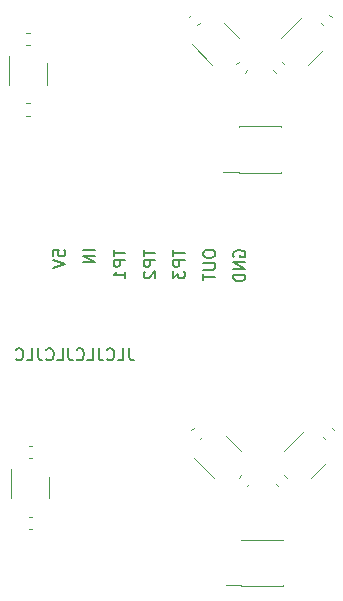
<source format=gbr>
%TF.GenerationSoftware,KiCad,Pcbnew,(6.0.5)*%
%TF.CreationDate,2022-06-20T13:03:10+02:00*%
%TF.ProjectId,Touchpad,546f7563-6870-4616-942e-6b696361645f,rev?*%
%TF.SameCoordinates,Original*%
%TF.FileFunction,Legend,Bot*%
%TF.FilePolarity,Positive*%
%FSLAX46Y46*%
G04 Gerber Fmt 4.6, Leading zero omitted, Abs format (unit mm)*
G04 Created by KiCad (PCBNEW (6.0.5)) date 2022-06-20 13:03:10*
%MOMM*%
%LPD*%
G01*
G04 APERTURE LIST*
%ADD10C,0.150000*%
%ADD11C,0.120000*%
G04 APERTURE END LIST*
D10*
X197219047Y-93002380D02*
X197219047Y-93716666D01*
X197266666Y-93859523D01*
X197361904Y-93954761D01*
X197504761Y-94002380D01*
X197600000Y-94002380D01*
X196266666Y-94002380D02*
X196742857Y-94002380D01*
X196742857Y-93002380D01*
X195361904Y-93907142D02*
X195409523Y-93954761D01*
X195552380Y-94002380D01*
X195647619Y-94002380D01*
X195790476Y-93954761D01*
X195885714Y-93859523D01*
X195933333Y-93764285D01*
X195980952Y-93573809D01*
X195980952Y-93430952D01*
X195933333Y-93240476D01*
X195885714Y-93145238D01*
X195790476Y-93050000D01*
X195647619Y-93002380D01*
X195552380Y-93002380D01*
X195409523Y-93050000D01*
X195361904Y-93097619D01*
X194647619Y-93002380D02*
X194647619Y-93716666D01*
X194695238Y-93859523D01*
X194790476Y-93954761D01*
X194933333Y-94002380D01*
X195028571Y-94002380D01*
X193695238Y-94002380D02*
X194171428Y-94002380D01*
X194171428Y-93002380D01*
X192790476Y-93907142D02*
X192838095Y-93954761D01*
X192980952Y-94002380D01*
X193076190Y-94002380D01*
X193219047Y-93954761D01*
X193314285Y-93859523D01*
X193361904Y-93764285D01*
X193409523Y-93573809D01*
X193409523Y-93430952D01*
X193361904Y-93240476D01*
X193314285Y-93145238D01*
X193219047Y-93050000D01*
X193076190Y-93002380D01*
X192980952Y-93002380D01*
X192838095Y-93050000D01*
X192790476Y-93097619D01*
X192076190Y-93002380D02*
X192076190Y-93716666D01*
X192123809Y-93859523D01*
X192219047Y-93954761D01*
X192361904Y-94002380D01*
X192457142Y-94002380D01*
X191123809Y-94002380D02*
X191600000Y-94002380D01*
X191600000Y-93002380D01*
X190219047Y-93907142D02*
X190266666Y-93954761D01*
X190409523Y-94002380D01*
X190504761Y-94002380D01*
X190647619Y-93954761D01*
X190742857Y-93859523D01*
X190790476Y-93764285D01*
X190838095Y-93573809D01*
X190838095Y-93430952D01*
X190790476Y-93240476D01*
X190742857Y-93145238D01*
X190647619Y-93050000D01*
X190504761Y-93002380D01*
X190409523Y-93002380D01*
X190266666Y-93050000D01*
X190219047Y-93097619D01*
X189504761Y-93002380D02*
X189504761Y-93716666D01*
X189552380Y-93859523D01*
X189647619Y-93954761D01*
X189790476Y-94002380D01*
X189885714Y-94002380D01*
X188552380Y-94002380D02*
X189028571Y-94002380D01*
X189028571Y-93002380D01*
X187647619Y-93907142D02*
X187695238Y-93954761D01*
X187838095Y-94002380D01*
X187933333Y-94002380D01*
X188076190Y-93954761D01*
X188171428Y-93859523D01*
X188219047Y-93764285D01*
X188266666Y-93573809D01*
X188266666Y-93430952D01*
X188219047Y-93240476D01*
X188171428Y-93145238D01*
X188076190Y-93050000D01*
X187933333Y-93002380D01*
X187838095Y-93002380D01*
X187695238Y-93050000D01*
X187647619Y-93097619D01*
X200952380Y-84638095D02*
X200952380Y-85209523D01*
X201952380Y-84923809D02*
X200952380Y-84923809D01*
X201952380Y-85542857D02*
X200952380Y-85542857D01*
X200952380Y-85923809D01*
X201000000Y-86019047D01*
X201047619Y-86066666D01*
X201142857Y-86114285D01*
X201285714Y-86114285D01*
X201380952Y-86066666D01*
X201428571Y-86019047D01*
X201476190Y-85923809D01*
X201476190Y-85542857D01*
X200952380Y-86447619D02*
X200952380Y-87066666D01*
X201333333Y-86733333D01*
X201333333Y-86876190D01*
X201380952Y-86971428D01*
X201428571Y-87019047D01*
X201523809Y-87066666D01*
X201761904Y-87066666D01*
X201857142Y-87019047D01*
X201904761Y-86971428D01*
X201952380Y-86876190D01*
X201952380Y-86590476D01*
X201904761Y-86495238D01*
X201857142Y-86447619D01*
X198452380Y-84638095D02*
X198452380Y-85209523D01*
X199452380Y-84923809D02*
X198452380Y-84923809D01*
X199452380Y-85542857D02*
X198452380Y-85542857D01*
X198452380Y-85923809D01*
X198500000Y-86019047D01*
X198547619Y-86066666D01*
X198642857Y-86114285D01*
X198785714Y-86114285D01*
X198880952Y-86066666D01*
X198928571Y-86019047D01*
X198976190Y-85923809D01*
X198976190Y-85542857D01*
X198547619Y-86495238D02*
X198500000Y-86542857D01*
X198452380Y-86638095D01*
X198452380Y-86876190D01*
X198500000Y-86971428D01*
X198547619Y-87019047D01*
X198642857Y-87066666D01*
X198738095Y-87066666D01*
X198880952Y-87019047D01*
X199452380Y-86447619D01*
X199452380Y-87066666D01*
X195902380Y-84638095D02*
X195902380Y-85209523D01*
X196902380Y-84923809D02*
X195902380Y-84923809D01*
X196902380Y-85542857D02*
X195902380Y-85542857D01*
X195902380Y-85923809D01*
X195950000Y-86019047D01*
X195997619Y-86066666D01*
X196092857Y-86114285D01*
X196235714Y-86114285D01*
X196330952Y-86066666D01*
X196378571Y-86019047D01*
X196426190Y-85923809D01*
X196426190Y-85542857D01*
X196902380Y-87066666D02*
X196902380Y-86495238D01*
X196902380Y-86780952D02*
X195902380Y-86780952D01*
X196045238Y-86685714D01*
X196140476Y-86590476D01*
X196188095Y-86495238D01*
X190802380Y-85159523D02*
X190802380Y-84683333D01*
X191278571Y-84635714D01*
X191230952Y-84683333D01*
X191183333Y-84778571D01*
X191183333Y-85016666D01*
X191230952Y-85111904D01*
X191278571Y-85159523D01*
X191373809Y-85207142D01*
X191611904Y-85207142D01*
X191707142Y-85159523D01*
X191754761Y-85111904D01*
X191802380Y-85016666D01*
X191802380Y-84778571D01*
X191754761Y-84683333D01*
X191707142Y-84635714D01*
X190802380Y-85492857D02*
X191802380Y-85826190D01*
X190802380Y-86159523D01*
X203502380Y-84900000D02*
X203502380Y-85090476D01*
X203550000Y-85185714D01*
X203645238Y-85280952D01*
X203835714Y-85328571D01*
X204169047Y-85328571D01*
X204359523Y-85280952D01*
X204454761Y-85185714D01*
X204502380Y-85090476D01*
X204502380Y-84900000D01*
X204454761Y-84804761D01*
X204359523Y-84709523D01*
X204169047Y-84661904D01*
X203835714Y-84661904D01*
X203645238Y-84709523D01*
X203550000Y-84804761D01*
X203502380Y-84900000D01*
X203502380Y-85757142D02*
X204311904Y-85757142D01*
X204407142Y-85804761D01*
X204454761Y-85852380D01*
X204502380Y-85947619D01*
X204502380Y-86138095D01*
X204454761Y-86233333D01*
X204407142Y-86280952D01*
X204311904Y-86328571D01*
X203502380Y-86328571D01*
X203502380Y-86661904D02*
X203502380Y-87233333D01*
X204502380Y-86947619D02*
X203502380Y-86947619D01*
X194302380Y-84676190D02*
X193302380Y-84676190D01*
X194302380Y-85152380D02*
X193302380Y-85152380D01*
X194302380Y-85723809D01*
X193302380Y-85723809D01*
X206100000Y-85238095D02*
X206052380Y-85142857D01*
X206052380Y-85000000D01*
X206100000Y-84857142D01*
X206195238Y-84761904D01*
X206290476Y-84714285D01*
X206480952Y-84666666D01*
X206623809Y-84666666D01*
X206814285Y-84714285D01*
X206909523Y-84761904D01*
X207004761Y-84857142D01*
X207052380Y-85000000D01*
X207052380Y-85095238D01*
X207004761Y-85238095D01*
X206957142Y-85285714D01*
X206623809Y-85285714D01*
X206623809Y-85095238D01*
X207052380Y-85714285D02*
X206052380Y-85714285D01*
X207052380Y-86285714D01*
X206052380Y-86285714D01*
X207052380Y-86761904D02*
X206052380Y-86761904D01*
X206052380Y-87000000D01*
X206100000Y-87142857D01*
X206195238Y-87238095D01*
X206290476Y-87285714D01*
X206480952Y-87333333D01*
X206623809Y-87333333D01*
X206814285Y-87285714D01*
X206909523Y-87238095D01*
X207004761Y-87142857D01*
X207052380Y-87000000D01*
X207052380Y-86761904D01*
D11*
%TO.C,J1*%
X206535000Y-74185000D02*
X210065000Y-74185000D01*
X210065000Y-74250000D02*
X210065000Y-74185000D01*
X205210000Y-78050000D02*
X206535000Y-78050000D01*
X210065000Y-78115000D02*
X210065000Y-78050000D01*
X206535000Y-74250000D02*
X206535000Y-74185000D01*
X206535000Y-78115000D02*
X210065000Y-78115000D01*
X206535000Y-78115000D02*
X206535000Y-78050000D01*
%TO.C,U1*%
X204247954Y-68974838D02*
X202515543Y-67242426D01*
X205252046Y-65425162D02*
X206524838Y-66697954D01*
%TO.C,U3*%
X213674838Y-67702046D02*
X212402046Y-68974838D01*
X210125162Y-66697954D02*
X211857574Y-64965543D01*
%TO.C,U2*%
X190264045Y-68875000D02*
X190264045Y-70675000D01*
X187044045Y-70675000D02*
X187044045Y-68225000D01*
%TO.C,C1*%
X203210030Y-65461219D02*
X203011219Y-65660030D01*
X202488781Y-64739970D02*
X202289970Y-64938781D01*
%TO.C,C4*%
X188794625Y-73285000D02*
X188513465Y-73285000D01*
X188794625Y-72265000D02*
X188513465Y-72265000D01*
%TO.C,C3*%
X188794625Y-67285000D02*
X188513465Y-67285000D01*
X188794625Y-66265000D02*
X188513465Y-66265000D01*
%TO.C,C6*%
X209638781Y-69660030D02*
X209439970Y-69461219D01*
X210360030Y-68938781D02*
X210161219Y-68739970D01*
%TO.C,C2*%
X206289970Y-68938781D02*
X206488781Y-68739970D01*
X207011219Y-69660030D02*
X207210030Y-69461219D01*
%TO.C,C5*%
X213638781Y-65660030D02*
X213439970Y-65461219D01*
X214360030Y-64938781D02*
X214161219Y-64739970D01*
%TO.C,U1*%
X204447954Y-103974838D02*
X202715543Y-102242426D01*
X205452046Y-100425162D02*
X206724838Y-101697954D01*
%TO.C,C5*%
X213838781Y-100660030D02*
X213639970Y-100461219D01*
X214560030Y-99938781D02*
X214361219Y-99739970D01*
%TO.C,C2*%
X206489970Y-103938781D02*
X206688781Y-103739970D01*
X207211219Y-104660030D02*
X207410030Y-104461219D01*
%TO.C,C6*%
X209838781Y-104660030D02*
X209639970Y-104461219D01*
X210560030Y-103938781D02*
X210361219Y-103739970D01*
%TO.C,C3*%
X188994625Y-102285000D02*
X188713465Y-102285000D01*
X188994625Y-101265000D02*
X188713465Y-101265000D01*
%TO.C,C4*%
X188994625Y-108285000D02*
X188713465Y-108285000D01*
X188994625Y-107265000D02*
X188713465Y-107265000D01*
%TO.C,C1*%
X203410030Y-100461219D02*
X203211219Y-100660030D01*
X202688781Y-99739970D02*
X202489970Y-99938781D01*
%TO.C,U2*%
X190464045Y-103875000D02*
X190464045Y-105675000D01*
X187244045Y-105675000D02*
X187244045Y-103225000D01*
%TO.C,U3*%
X213874838Y-102702046D02*
X212602046Y-103974838D01*
X210325162Y-101697954D02*
X212057574Y-99965543D01*
%TO.C,J1*%
X206735000Y-109185000D02*
X210265000Y-109185000D01*
X210265000Y-109250000D02*
X210265000Y-109185000D01*
X205410000Y-113050000D02*
X206735000Y-113050000D01*
X210265000Y-113115000D02*
X210265000Y-113050000D01*
X206735000Y-109250000D02*
X206735000Y-109185000D01*
X206735000Y-113115000D02*
X210265000Y-113115000D01*
X206735000Y-113115000D02*
X206735000Y-113050000D01*
%TD*%
M02*

</source>
